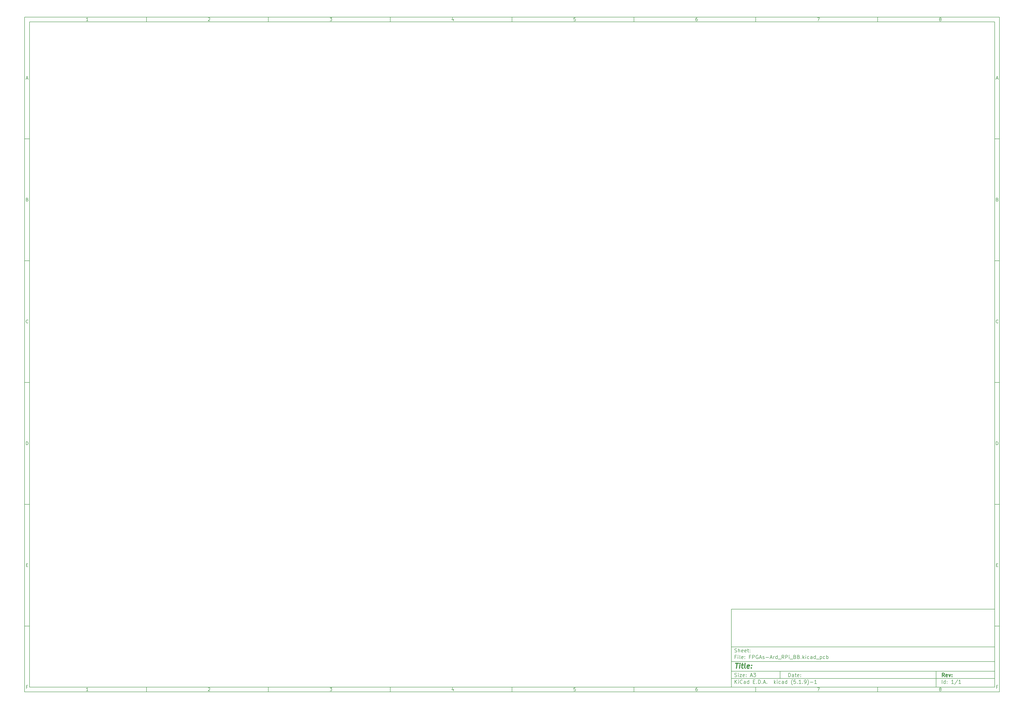
<source format=gbr>
%TF.GenerationSoftware,KiCad,Pcbnew,(5.1.9)-1*%
%TF.CreationDate,2022-04-18T20:38:19-06:00*%
%TF.ProjectId,FPGAs-Ard_RPi_BB,46504741-732d-4417-9264-5f5250695f42,rev?*%
%TF.SameCoordinates,Original*%
%TF.FileFunction,Glue,Top*%
%TF.FilePolarity,Positive*%
%FSLAX46Y46*%
G04 Gerber Fmt 4.6, Leading zero omitted, Abs format (unit mm)*
G04 Created by KiCad (PCBNEW (5.1.9)-1) date 2022-04-18 20:38:19*
%MOMM*%
%LPD*%
G01*
G04 APERTURE LIST*
%ADD10C,0.100000*%
%ADD11C,0.150000*%
%ADD12C,0.300000*%
%ADD13C,0.400000*%
G04 APERTURE END LIST*
D10*
D11*
X299989000Y-253002200D02*
X299989000Y-285002200D01*
X407989000Y-285002200D01*
X407989000Y-253002200D01*
X299989000Y-253002200D01*
D10*
D11*
X10000000Y-10000000D02*
X10000000Y-287002200D01*
X409989000Y-287002200D01*
X409989000Y-10000000D01*
X10000000Y-10000000D01*
D10*
D11*
X12000000Y-12000000D02*
X12000000Y-285002200D01*
X407989000Y-285002200D01*
X407989000Y-12000000D01*
X12000000Y-12000000D01*
D10*
D11*
X60000000Y-12000000D02*
X60000000Y-10000000D01*
D10*
D11*
X110000000Y-12000000D02*
X110000000Y-10000000D01*
D10*
D11*
X160000000Y-12000000D02*
X160000000Y-10000000D01*
D10*
D11*
X210000000Y-12000000D02*
X210000000Y-10000000D01*
D10*
D11*
X260000000Y-12000000D02*
X260000000Y-10000000D01*
D10*
D11*
X310000000Y-12000000D02*
X310000000Y-10000000D01*
D10*
D11*
X360000000Y-12000000D02*
X360000000Y-10000000D01*
D10*
D11*
X36065476Y-11588095D02*
X35322619Y-11588095D01*
X35694047Y-11588095D02*
X35694047Y-10288095D01*
X35570238Y-10473809D01*
X35446428Y-10597619D01*
X35322619Y-10659523D01*
D10*
D11*
X85322619Y-10411904D02*
X85384523Y-10350000D01*
X85508333Y-10288095D01*
X85817857Y-10288095D01*
X85941666Y-10350000D01*
X86003571Y-10411904D01*
X86065476Y-10535714D01*
X86065476Y-10659523D01*
X86003571Y-10845238D01*
X85260714Y-11588095D01*
X86065476Y-11588095D01*
D10*
D11*
X135260714Y-10288095D02*
X136065476Y-10288095D01*
X135632142Y-10783333D01*
X135817857Y-10783333D01*
X135941666Y-10845238D01*
X136003571Y-10907142D01*
X136065476Y-11030952D01*
X136065476Y-11340476D01*
X136003571Y-11464285D01*
X135941666Y-11526190D01*
X135817857Y-11588095D01*
X135446428Y-11588095D01*
X135322619Y-11526190D01*
X135260714Y-11464285D01*
D10*
D11*
X185941666Y-10721428D02*
X185941666Y-11588095D01*
X185632142Y-10226190D02*
X185322619Y-11154761D01*
X186127380Y-11154761D01*
D10*
D11*
X236003571Y-10288095D02*
X235384523Y-10288095D01*
X235322619Y-10907142D01*
X235384523Y-10845238D01*
X235508333Y-10783333D01*
X235817857Y-10783333D01*
X235941666Y-10845238D01*
X236003571Y-10907142D01*
X236065476Y-11030952D01*
X236065476Y-11340476D01*
X236003571Y-11464285D01*
X235941666Y-11526190D01*
X235817857Y-11588095D01*
X235508333Y-11588095D01*
X235384523Y-11526190D01*
X235322619Y-11464285D01*
D10*
D11*
X285941666Y-10288095D02*
X285694047Y-10288095D01*
X285570238Y-10350000D01*
X285508333Y-10411904D01*
X285384523Y-10597619D01*
X285322619Y-10845238D01*
X285322619Y-11340476D01*
X285384523Y-11464285D01*
X285446428Y-11526190D01*
X285570238Y-11588095D01*
X285817857Y-11588095D01*
X285941666Y-11526190D01*
X286003571Y-11464285D01*
X286065476Y-11340476D01*
X286065476Y-11030952D01*
X286003571Y-10907142D01*
X285941666Y-10845238D01*
X285817857Y-10783333D01*
X285570238Y-10783333D01*
X285446428Y-10845238D01*
X285384523Y-10907142D01*
X285322619Y-11030952D01*
D10*
D11*
X335260714Y-10288095D02*
X336127380Y-10288095D01*
X335570238Y-11588095D01*
D10*
D11*
X385570238Y-10845238D02*
X385446428Y-10783333D01*
X385384523Y-10721428D01*
X385322619Y-10597619D01*
X385322619Y-10535714D01*
X385384523Y-10411904D01*
X385446428Y-10350000D01*
X385570238Y-10288095D01*
X385817857Y-10288095D01*
X385941666Y-10350000D01*
X386003571Y-10411904D01*
X386065476Y-10535714D01*
X386065476Y-10597619D01*
X386003571Y-10721428D01*
X385941666Y-10783333D01*
X385817857Y-10845238D01*
X385570238Y-10845238D01*
X385446428Y-10907142D01*
X385384523Y-10969047D01*
X385322619Y-11092857D01*
X385322619Y-11340476D01*
X385384523Y-11464285D01*
X385446428Y-11526190D01*
X385570238Y-11588095D01*
X385817857Y-11588095D01*
X385941666Y-11526190D01*
X386003571Y-11464285D01*
X386065476Y-11340476D01*
X386065476Y-11092857D01*
X386003571Y-10969047D01*
X385941666Y-10907142D01*
X385817857Y-10845238D01*
D10*
D11*
X60000000Y-285002200D02*
X60000000Y-287002200D01*
D10*
D11*
X110000000Y-285002200D02*
X110000000Y-287002200D01*
D10*
D11*
X160000000Y-285002200D02*
X160000000Y-287002200D01*
D10*
D11*
X210000000Y-285002200D02*
X210000000Y-287002200D01*
D10*
D11*
X260000000Y-285002200D02*
X260000000Y-287002200D01*
D10*
D11*
X310000000Y-285002200D02*
X310000000Y-287002200D01*
D10*
D11*
X360000000Y-285002200D02*
X360000000Y-287002200D01*
D10*
D11*
X36065476Y-286590295D02*
X35322619Y-286590295D01*
X35694047Y-286590295D02*
X35694047Y-285290295D01*
X35570238Y-285476009D01*
X35446428Y-285599819D01*
X35322619Y-285661723D01*
D10*
D11*
X85322619Y-285414104D02*
X85384523Y-285352200D01*
X85508333Y-285290295D01*
X85817857Y-285290295D01*
X85941666Y-285352200D01*
X86003571Y-285414104D01*
X86065476Y-285537914D01*
X86065476Y-285661723D01*
X86003571Y-285847438D01*
X85260714Y-286590295D01*
X86065476Y-286590295D01*
D10*
D11*
X135260714Y-285290295D02*
X136065476Y-285290295D01*
X135632142Y-285785533D01*
X135817857Y-285785533D01*
X135941666Y-285847438D01*
X136003571Y-285909342D01*
X136065476Y-286033152D01*
X136065476Y-286342676D01*
X136003571Y-286466485D01*
X135941666Y-286528390D01*
X135817857Y-286590295D01*
X135446428Y-286590295D01*
X135322619Y-286528390D01*
X135260714Y-286466485D01*
D10*
D11*
X185941666Y-285723628D02*
X185941666Y-286590295D01*
X185632142Y-285228390D02*
X185322619Y-286156961D01*
X186127380Y-286156961D01*
D10*
D11*
X236003571Y-285290295D02*
X235384523Y-285290295D01*
X235322619Y-285909342D01*
X235384523Y-285847438D01*
X235508333Y-285785533D01*
X235817857Y-285785533D01*
X235941666Y-285847438D01*
X236003571Y-285909342D01*
X236065476Y-286033152D01*
X236065476Y-286342676D01*
X236003571Y-286466485D01*
X235941666Y-286528390D01*
X235817857Y-286590295D01*
X235508333Y-286590295D01*
X235384523Y-286528390D01*
X235322619Y-286466485D01*
D10*
D11*
X285941666Y-285290295D02*
X285694047Y-285290295D01*
X285570238Y-285352200D01*
X285508333Y-285414104D01*
X285384523Y-285599819D01*
X285322619Y-285847438D01*
X285322619Y-286342676D01*
X285384523Y-286466485D01*
X285446428Y-286528390D01*
X285570238Y-286590295D01*
X285817857Y-286590295D01*
X285941666Y-286528390D01*
X286003571Y-286466485D01*
X286065476Y-286342676D01*
X286065476Y-286033152D01*
X286003571Y-285909342D01*
X285941666Y-285847438D01*
X285817857Y-285785533D01*
X285570238Y-285785533D01*
X285446428Y-285847438D01*
X285384523Y-285909342D01*
X285322619Y-286033152D01*
D10*
D11*
X335260714Y-285290295D02*
X336127380Y-285290295D01*
X335570238Y-286590295D01*
D10*
D11*
X385570238Y-285847438D02*
X385446428Y-285785533D01*
X385384523Y-285723628D01*
X385322619Y-285599819D01*
X385322619Y-285537914D01*
X385384523Y-285414104D01*
X385446428Y-285352200D01*
X385570238Y-285290295D01*
X385817857Y-285290295D01*
X385941666Y-285352200D01*
X386003571Y-285414104D01*
X386065476Y-285537914D01*
X386065476Y-285599819D01*
X386003571Y-285723628D01*
X385941666Y-285785533D01*
X385817857Y-285847438D01*
X385570238Y-285847438D01*
X385446428Y-285909342D01*
X385384523Y-285971247D01*
X385322619Y-286095057D01*
X385322619Y-286342676D01*
X385384523Y-286466485D01*
X385446428Y-286528390D01*
X385570238Y-286590295D01*
X385817857Y-286590295D01*
X385941666Y-286528390D01*
X386003571Y-286466485D01*
X386065476Y-286342676D01*
X386065476Y-286095057D01*
X386003571Y-285971247D01*
X385941666Y-285909342D01*
X385817857Y-285847438D01*
D10*
D11*
X10000000Y-60000000D02*
X12000000Y-60000000D01*
D10*
D11*
X10000000Y-110000000D02*
X12000000Y-110000000D01*
D10*
D11*
X10000000Y-160000000D02*
X12000000Y-160000000D01*
D10*
D11*
X10000000Y-210000000D02*
X12000000Y-210000000D01*
D10*
D11*
X10000000Y-260000000D02*
X12000000Y-260000000D01*
D10*
D11*
X10690476Y-35216666D02*
X11309523Y-35216666D01*
X10566666Y-35588095D02*
X11000000Y-34288095D01*
X11433333Y-35588095D01*
D10*
D11*
X11092857Y-84907142D02*
X11278571Y-84969047D01*
X11340476Y-85030952D01*
X11402380Y-85154761D01*
X11402380Y-85340476D01*
X11340476Y-85464285D01*
X11278571Y-85526190D01*
X11154761Y-85588095D01*
X10659523Y-85588095D01*
X10659523Y-84288095D01*
X11092857Y-84288095D01*
X11216666Y-84350000D01*
X11278571Y-84411904D01*
X11340476Y-84535714D01*
X11340476Y-84659523D01*
X11278571Y-84783333D01*
X11216666Y-84845238D01*
X11092857Y-84907142D01*
X10659523Y-84907142D01*
D10*
D11*
X11402380Y-135464285D02*
X11340476Y-135526190D01*
X11154761Y-135588095D01*
X11030952Y-135588095D01*
X10845238Y-135526190D01*
X10721428Y-135402380D01*
X10659523Y-135278571D01*
X10597619Y-135030952D01*
X10597619Y-134845238D01*
X10659523Y-134597619D01*
X10721428Y-134473809D01*
X10845238Y-134350000D01*
X11030952Y-134288095D01*
X11154761Y-134288095D01*
X11340476Y-134350000D01*
X11402380Y-134411904D01*
D10*
D11*
X10659523Y-185588095D02*
X10659523Y-184288095D01*
X10969047Y-184288095D01*
X11154761Y-184350000D01*
X11278571Y-184473809D01*
X11340476Y-184597619D01*
X11402380Y-184845238D01*
X11402380Y-185030952D01*
X11340476Y-185278571D01*
X11278571Y-185402380D01*
X11154761Y-185526190D01*
X10969047Y-185588095D01*
X10659523Y-185588095D01*
D10*
D11*
X10721428Y-234907142D02*
X11154761Y-234907142D01*
X11340476Y-235588095D02*
X10721428Y-235588095D01*
X10721428Y-234288095D01*
X11340476Y-234288095D01*
D10*
D11*
X11185714Y-284907142D02*
X10752380Y-284907142D01*
X10752380Y-285588095D02*
X10752380Y-284288095D01*
X11371428Y-284288095D01*
D10*
D11*
X409989000Y-60000000D02*
X407989000Y-60000000D01*
D10*
D11*
X409989000Y-110000000D02*
X407989000Y-110000000D01*
D10*
D11*
X409989000Y-160000000D02*
X407989000Y-160000000D01*
D10*
D11*
X409989000Y-210000000D02*
X407989000Y-210000000D01*
D10*
D11*
X409989000Y-260000000D02*
X407989000Y-260000000D01*
D10*
D11*
X408679476Y-35216666D02*
X409298523Y-35216666D01*
X408555666Y-35588095D02*
X408989000Y-34288095D01*
X409422333Y-35588095D01*
D10*
D11*
X409081857Y-84907142D02*
X409267571Y-84969047D01*
X409329476Y-85030952D01*
X409391380Y-85154761D01*
X409391380Y-85340476D01*
X409329476Y-85464285D01*
X409267571Y-85526190D01*
X409143761Y-85588095D01*
X408648523Y-85588095D01*
X408648523Y-84288095D01*
X409081857Y-84288095D01*
X409205666Y-84350000D01*
X409267571Y-84411904D01*
X409329476Y-84535714D01*
X409329476Y-84659523D01*
X409267571Y-84783333D01*
X409205666Y-84845238D01*
X409081857Y-84907142D01*
X408648523Y-84907142D01*
D10*
D11*
X409391380Y-135464285D02*
X409329476Y-135526190D01*
X409143761Y-135588095D01*
X409019952Y-135588095D01*
X408834238Y-135526190D01*
X408710428Y-135402380D01*
X408648523Y-135278571D01*
X408586619Y-135030952D01*
X408586619Y-134845238D01*
X408648523Y-134597619D01*
X408710428Y-134473809D01*
X408834238Y-134350000D01*
X409019952Y-134288095D01*
X409143761Y-134288095D01*
X409329476Y-134350000D01*
X409391380Y-134411904D01*
D10*
D11*
X408648523Y-185588095D02*
X408648523Y-184288095D01*
X408958047Y-184288095D01*
X409143761Y-184350000D01*
X409267571Y-184473809D01*
X409329476Y-184597619D01*
X409391380Y-184845238D01*
X409391380Y-185030952D01*
X409329476Y-185278571D01*
X409267571Y-185402380D01*
X409143761Y-185526190D01*
X408958047Y-185588095D01*
X408648523Y-185588095D01*
D10*
D11*
X408710428Y-234907142D02*
X409143761Y-234907142D01*
X409329476Y-235588095D02*
X408710428Y-235588095D01*
X408710428Y-234288095D01*
X409329476Y-234288095D01*
D10*
D11*
X409174714Y-284907142D02*
X408741380Y-284907142D01*
X408741380Y-285588095D02*
X408741380Y-284288095D01*
X409360428Y-284288095D01*
D10*
D11*
X323421142Y-280780771D02*
X323421142Y-279280771D01*
X323778285Y-279280771D01*
X323992571Y-279352200D01*
X324135428Y-279495057D01*
X324206857Y-279637914D01*
X324278285Y-279923628D01*
X324278285Y-280137914D01*
X324206857Y-280423628D01*
X324135428Y-280566485D01*
X323992571Y-280709342D01*
X323778285Y-280780771D01*
X323421142Y-280780771D01*
X325564000Y-280780771D02*
X325564000Y-279995057D01*
X325492571Y-279852200D01*
X325349714Y-279780771D01*
X325064000Y-279780771D01*
X324921142Y-279852200D01*
X325564000Y-280709342D02*
X325421142Y-280780771D01*
X325064000Y-280780771D01*
X324921142Y-280709342D01*
X324849714Y-280566485D01*
X324849714Y-280423628D01*
X324921142Y-280280771D01*
X325064000Y-280209342D01*
X325421142Y-280209342D01*
X325564000Y-280137914D01*
X326064000Y-279780771D02*
X326635428Y-279780771D01*
X326278285Y-279280771D02*
X326278285Y-280566485D01*
X326349714Y-280709342D01*
X326492571Y-280780771D01*
X326635428Y-280780771D01*
X327706857Y-280709342D02*
X327564000Y-280780771D01*
X327278285Y-280780771D01*
X327135428Y-280709342D01*
X327064000Y-280566485D01*
X327064000Y-279995057D01*
X327135428Y-279852200D01*
X327278285Y-279780771D01*
X327564000Y-279780771D01*
X327706857Y-279852200D01*
X327778285Y-279995057D01*
X327778285Y-280137914D01*
X327064000Y-280280771D01*
X328421142Y-280637914D02*
X328492571Y-280709342D01*
X328421142Y-280780771D01*
X328349714Y-280709342D01*
X328421142Y-280637914D01*
X328421142Y-280780771D01*
X328421142Y-279852200D02*
X328492571Y-279923628D01*
X328421142Y-279995057D01*
X328349714Y-279923628D01*
X328421142Y-279852200D01*
X328421142Y-279995057D01*
D10*
D11*
X299989000Y-281502200D02*
X407989000Y-281502200D01*
D10*
D11*
X301421142Y-283580771D02*
X301421142Y-282080771D01*
X302278285Y-283580771D02*
X301635428Y-282723628D01*
X302278285Y-282080771D02*
X301421142Y-282937914D01*
X302921142Y-283580771D02*
X302921142Y-282580771D01*
X302921142Y-282080771D02*
X302849714Y-282152200D01*
X302921142Y-282223628D01*
X302992571Y-282152200D01*
X302921142Y-282080771D01*
X302921142Y-282223628D01*
X304492571Y-283437914D02*
X304421142Y-283509342D01*
X304206857Y-283580771D01*
X304064000Y-283580771D01*
X303849714Y-283509342D01*
X303706857Y-283366485D01*
X303635428Y-283223628D01*
X303564000Y-282937914D01*
X303564000Y-282723628D01*
X303635428Y-282437914D01*
X303706857Y-282295057D01*
X303849714Y-282152200D01*
X304064000Y-282080771D01*
X304206857Y-282080771D01*
X304421142Y-282152200D01*
X304492571Y-282223628D01*
X305778285Y-283580771D02*
X305778285Y-282795057D01*
X305706857Y-282652200D01*
X305564000Y-282580771D01*
X305278285Y-282580771D01*
X305135428Y-282652200D01*
X305778285Y-283509342D02*
X305635428Y-283580771D01*
X305278285Y-283580771D01*
X305135428Y-283509342D01*
X305064000Y-283366485D01*
X305064000Y-283223628D01*
X305135428Y-283080771D01*
X305278285Y-283009342D01*
X305635428Y-283009342D01*
X305778285Y-282937914D01*
X307135428Y-283580771D02*
X307135428Y-282080771D01*
X307135428Y-283509342D02*
X306992571Y-283580771D01*
X306706857Y-283580771D01*
X306564000Y-283509342D01*
X306492571Y-283437914D01*
X306421142Y-283295057D01*
X306421142Y-282866485D01*
X306492571Y-282723628D01*
X306564000Y-282652200D01*
X306706857Y-282580771D01*
X306992571Y-282580771D01*
X307135428Y-282652200D01*
X308992571Y-282795057D02*
X309492571Y-282795057D01*
X309706857Y-283580771D02*
X308992571Y-283580771D01*
X308992571Y-282080771D01*
X309706857Y-282080771D01*
X310349714Y-283437914D02*
X310421142Y-283509342D01*
X310349714Y-283580771D01*
X310278285Y-283509342D01*
X310349714Y-283437914D01*
X310349714Y-283580771D01*
X311064000Y-283580771D02*
X311064000Y-282080771D01*
X311421142Y-282080771D01*
X311635428Y-282152200D01*
X311778285Y-282295057D01*
X311849714Y-282437914D01*
X311921142Y-282723628D01*
X311921142Y-282937914D01*
X311849714Y-283223628D01*
X311778285Y-283366485D01*
X311635428Y-283509342D01*
X311421142Y-283580771D01*
X311064000Y-283580771D01*
X312564000Y-283437914D02*
X312635428Y-283509342D01*
X312564000Y-283580771D01*
X312492571Y-283509342D01*
X312564000Y-283437914D01*
X312564000Y-283580771D01*
X313206857Y-283152200D02*
X313921142Y-283152200D01*
X313064000Y-283580771D02*
X313564000Y-282080771D01*
X314064000Y-283580771D01*
X314564000Y-283437914D02*
X314635428Y-283509342D01*
X314564000Y-283580771D01*
X314492571Y-283509342D01*
X314564000Y-283437914D01*
X314564000Y-283580771D01*
X317564000Y-283580771D02*
X317564000Y-282080771D01*
X317706857Y-283009342D02*
X318135428Y-283580771D01*
X318135428Y-282580771D02*
X317564000Y-283152200D01*
X318778285Y-283580771D02*
X318778285Y-282580771D01*
X318778285Y-282080771D02*
X318706857Y-282152200D01*
X318778285Y-282223628D01*
X318849714Y-282152200D01*
X318778285Y-282080771D01*
X318778285Y-282223628D01*
X320135428Y-283509342D02*
X319992571Y-283580771D01*
X319706857Y-283580771D01*
X319564000Y-283509342D01*
X319492571Y-283437914D01*
X319421142Y-283295057D01*
X319421142Y-282866485D01*
X319492571Y-282723628D01*
X319564000Y-282652200D01*
X319706857Y-282580771D01*
X319992571Y-282580771D01*
X320135428Y-282652200D01*
X321421142Y-283580771D02*
X321421142Y-282795057D01*
X321349714Y-282652200D01*
X321206857Y-282580771D01*
X320921142Y-282580771D01*
X320778285Y-282652200D01*
X321421142Y-283509342D02*
X321278285Y-283580771D01*
X320921142Y-283580771D01*
X320778285Y-283509342D01*
X320706857Y-283366485D01*
X320706857Y-283223628D01*
X320778285Y-283080771D01*
X320921142Y-283009342D01*
X321278285Y-283009342D01*
X321421142Y-282937914D01*
X322778285Y-283580771D02*
X322778285Y-282080771D01*
X322778285Y-283509342D02*
X322635428Y-283580771D01*
X322349714Y-283580771D01*
X322206857Y-283509342D01*
X322135428Y-283437914D01*
X322064000Y-283295057D01*
X322064000Y-282866485D01*
X322135428Y-282723628D01*
X322206857Y-282652200D01*
X322349714Y-282580771D01*
X322635428Y-282580771D01*
X322778285Y-282652200D01*
X325064000Y-284152200D02*
X324992571Y-284080771D01*
X324849714Y-283866485D01*
X324778285Y-283723628D01*
X324706857Y-283509342D01*
X324635428Y-283152200D01*
X324635428Y-282866485D01*
X324706857Y-282509342D01*
X324778285Y-282295057D01*
X324849714Y-282152200D01*
X324992571Y-281937914D01*
X325064000Y-281866485D01*
X326349714Y-282080771D02*
X325635428Y-282080771D01*
X325564000Y-282795057D01*
X325635428Y-282723628D01*
X325778285Y-282652200D01*
X326135428Y-282652200D01*
X326278285Y-282723628D01*
X326349714Y-282795057D01*
X326421142Y-282937914D01*
X326421142Y-283295057D01*
X326349714Y-283437914D01*
X326278285Y-283509342D01*
X326135428Y-283580771D01*
X325778285Y-283580771D01*
X325635428Y-283509342D01*
X325564000Y-283437914D01*
X327064000Y-283437914D02*
X327135428Y-283509342D01*
X327064000Y-283580771D01*
X326992571Y-283509342D01*
X327064000Y-283437914D01*
X327064000Y-283580771D01*
X328564000Y-283580771D02*
X327706857Y-283580771D01*
X328135428Y-283580771D02*
X328135428Y-282080771D01*
X327992571Y-282295057D01*
X327849714Y-282437914D01*
X327706857Y-282509342D01*
X329206857Y-283437914D02*
X329278285Y-283509342D01*
X329206857Y-283580771D01*
X329135428Y-283509342D01*
X329206857Y-283437914D01*
X329206857Y-283580771D01*
X329992571Y-283580771D02*
X330278285Y-283580771D01*
X330421142Y-283509342D01*
X330492571Y-283437914D01*
X330635428Y-283223628D01*
X330706857Y-282937914D01*
X330706857Y-282366485D01*
X330635428Y-282223628D01*
X330564000Y-282152200D01*
X330421142Y-282080771D01*
X330135428Y-282080771D01*
X329992571Y-282152200D01*
X329921142Y-282223628D01*
X329849714Y-282366485D01*
X329849714Y-282723628D01*
X329921142Y-282866485D01*
X329992571Y-282937914D01*
X330135428Y-283009342D01*
X330421142Y-283009342D01*
X330564000Y-282937914D01*
X330635428Y-282866485D01*
X330706857Y-282723628D01*
X331206857Y-284152200D02*
X331278285Y-284080771D01*
X331421142Y-283866485D01*
X331492571Y-283723628D01*
X331564000Y-283509342D01*
X331635428Y-283152200D01*
X331635428Y-282866485D01*
X331564000Y-282509342D01*
X331492571Y-282295057D01*
X331421142Y-282152200D01*
X331278285Y-281937914D01*
X331206857Y-281866485D01*
X332349714Y-283009342D02*
X333492571Y-283009342D01*
X334992571Y-283580771D02*
X334135428Y-283580771D01*
X334564000Y-283580771D02*
X334564000Y-282080771D01*
X334421142Y-282295057D01*
X334278285Y-282437914D01*
X334135428Y-282509342D01*
D10*
D11*
X299989000Y-278502200D02*
X407989000Y-278502200D01*
D10*
D12*
X387398285Y-280780771D02*
X386898285Y-280066485D01*
X386541142Y-280780771D02*
X386541142Y-279280771D01*
X387112571Y-279280771D01*
X387255428Y-279352200D01*
X387326857Y-279423628D01*
X387398285Y-279566485D01*
X387398285Y-279780771D01*
X387326857Y-279923628D01*
X387255428Y-279995057D01*
X387112571Y-280066485D01*
X386541142Y-280066485D01*
X388612571Y-280709342D02*
X388469714Y-280780771D01*
X388184000Y-280780771D01*
X388041142Y-280709342D01*
X387969714Y-280566485D01*
X387969714Y-279995057D01*
X388041142Y-279852200D01*
X388184000Y-279780771D01*
X388469714Y-279780771D01*
X388612571Y-279852200D01*
X388684000Y-279995057D01*
X388684000Y-280137914D01*
X387969714Y-280280771D01*
X389184000Y-279780771D02*
X389541142Y-280780771D01*
X389898285Y-279780771D01*
X390469714Y-280637914D02*
X390541142Y-280709342D01*
X390469714Y-280780771D01*
X390398285Y-280709342D01*
X390469714Y-280637914D01*
X390469714Y-280780771D01*
X390469714Y-279852200D02*
X390541142Y-279923628D01*
X390469714Y-279995057D01*
X390398285Y-279923628D01*
X390469714Y-279852200D01*
X390469714Y-279995057D01*
D10*
D11*
X301349714Y-280709342D02*
X301564000Y-280780771D01*
X301921142Y-280780771D01*
X302064000Y-280709342D01*
X302135428Y-280637914D01*
X302206857Y-280495057D01*
X302206857Y-280352200D01*
X302135428Y-280209342D01*
X302064000Y-280137914D01*
X301921142Y-280066485D01*
X301635428Y-279995057D01*
X301492571Y-279923628D01*
X301421142Y-279852200D01*
X301349714Y-279709342D01*
X301349714Y-279566485D01*
X301421142Y-279423628D01*
X301492571Y-279352200D01*
X301635428Y-279280771D01*
X301992571Y-279280771D01*
X302206857Y-279352200D01*
X302849714Y-280780771D02*
X302849714Y-279780771D01*
X302849714Y-279280771D02*
X302778285Y-279352200D01*
X302849714Y-279423628D01*
X302921142Y-279352200D01*
X302849714Y-279280771D01*
X302849714Y-279423628D01*
X303421142Y-279780771D02*
X304206857Y-279780771D01*
X303421142Y-280780771D01*
X304206857Y-280780771D01*
X305349714Y-280709342D02*
X305206857Y-280780771D01*
X304921142Y-280780771D01*
X304778285Y-280709342D01*
X304706857Y-280566485D01*
X304706857Y-279995057D01*
X304778285Y-279852200D01*
X304921142Y-279780771D01*
X305206857Y-279780771D01*
X305349714Y-279852200D01*
X305421142Y-279995057D01*
X305421142Y-280137914D01*
X304706857Y-280280771D01*
X306064000Y-280637914D02*
X306135428Y-280709342D01*
X306064000Y-280780771D01*
X305992571Y-280709342D01*
X306064000Y-280637914D01*
X306064000Y-280780771D01*
X306064000Y-279852200D02*
X306135428Y-279923628D01*
X306064000Y-279995057D01*
X305992571Y-279923628D01*
X306064000Y-279852200D01*
X306064000Y-279995057D01*
X307849714Y-280352200D02*
X308564000Y-280352200D01*
X307706857Y-280780771D02*
X308206857Y-279280771D01*
X308706857Y-280780771D01*
X309064000Y-279280771D02*
X309992571Y-279280771D01*
X309492571Y-279852200D01*
X309706857Y-279852200D01*
X309849714Y-279923628D01*
X309921142Y-279995057D01*
X309992571Y-280137914D01*
X309992571Y-280495057D01*
X309921142Y-280637914D01*
X309849714Y-280709342D01*
X309706857Y-280780771D01*
X309278285Y-280780771D01*
X309135428Y-280709342D01*
X309064000Y-280637914D01*
D10*
D11*
X386421142Y-283580771D02*
X386421142Y-282080771D01*
X387778285Y-283580771D02*
X387778285Y-282080771D01*
X387778285Y-283509342D02*
X387635428Y-283580771D01*
X387349714Y-283580771D01*
X387206857Y-283509342D01*
X387135428Y-283437914D01*
X387064000Y-283295057D01*
X387064000Y-282866485D01*
X387135428Y-282723628D01*
X387206857Y-282652200D01*
X387349714Y-282580771D01*
X387635428Y-282580771D01*
X387778285Y-282652200D01*
X388492571Y-283437914D02*
X388564000Y-283509342D01*
X388492571Y-283580771D01*
X388421142Y-283509342D01*
X388492571Y-283437914D01*
X388492571Y-283580771D01*
X388492571Y-282652200D02*
X388564000Y-282723628D01*
X388492571Y-282795057D01*
X388421142Y-282723628D01*
X388492571Y-282652200D01*
X388492571Y-282795057D01*
X391135428Y-283580771D02*
X390278285Y-283580771D01*
X390706857Y-283580771D02*
X390706857Y-282080771D01*
X390564000Y-282295057D01*
X390421142Y-282437914D01*
X390278285Y-282509342D01*
X392849714Y-282009342D02*
X391564000Y-283937914D01*
X394135428Y-283580771D02*
X393278285Y-283580771D01*
X393706857Y-283580771D02*
X393706857Y-282080771D01*
X393564000Y-282295057D01*
X393421142Y-282437914D01*
X393278285Y-282509342D01*
D10*
D11*
X299989000Y-274502200D02*
X407989000Y-274502200D01*
D10*
D13*
X301701380Y-275206961D02*
X302844238Y-275206961D01*
X302022809Y-277206961D02*
X302272809Y-275206961D01*
X303260904Y-277206961D02*
X303427571Y-275873628D01*
X303510904Y-275206961D02*
X303403761Y-275302200D01*
X303487095Y-275397438D01*
X303594238Y-275302200D01*
X303510904Y-275206961D01*
X303487095Y-275397438D01*
X304094238Y-275873628D02*
X304856142Y-275873628D01*
X304463285Y-275206961D02*
X304249000Y-276921247D01*
X304320428Y-277111723D01*
X304499000Y-277206961D01*
X304689476Y-277206961D01*
X305641857Y-277206961D02*
X305463285Y-277111723D01*
X305391857Y-276921247D01*
X305606142Y-275206961D01*
X307177571Y-277111723D02*
X306975190Y-277206961D01*
X306594238Y-277206961D01*
X306415666Y-277111723D01*
X306344238Y-276921247D01*
X306439476Y-276159342D01*
X306558523Y-275968866D01*
X306760904Y-275873628D01*
X307141857Y-275873628D01*
X307320428Y-275968866D01*
X307391857Y-276159342D01*
X307368047Y-276349819D01*
X306391857Y-276540295D01*
X308141857Y-277016485D02*
X308225190Y-277111723D01*
X308118047Y-277206961D01*
X308034714Y-277111723D01*
X308141857Y-277016485D01*
X308118047Y-277206961D01*
X308272809Y-275968866D02*
X308356142Y-276064104D01*
X308249000Y-276159342D01*
X308165666Y-276064104D01*
X308272809Y-275968866D01*
X308249000Y-276159342D01*
D10*
D11*
X301921142Y-272595057D02*
X301421142Y-272595057D01*
X301421142Y-273380771D02*
X301421142Y-271880771D01*
X302135428Y-271880771D01*
X302706857Y-273380771D02*
X302706857Y-272380771D01*
X302706857Y-271880771D02*
X302635428Y-271952200D01*
X302706857Y-272023628D01*
X302778285Y-271952200D01*
X302706857Y-271880771D01*
X302706857Y-272023628D01*
X303635428Y-273380771D02*
X303492571Y-273309342D01*
X303421142Y-273166485D01*
X303421142Y-271880771D01*
X304778285Y-273309342D02*
X304635428Y-273380771D01*
X304349714Y-273380771D01*
X304206857Y-273309342D01*
X304135428Y-273166485D01*
X304135428Y-272595057D01*
X304206857Y-272452200D01*
X304349714Y-272380771D01*
X304635428Y-272380771D01*
X304778285Y-272452200D01*
X304849714Y-272595057D01*
X304849714Y-272737914D01*
X304135428Y-272880771D01*
X305492571Y-273237914D02*
X305564000Y-273309342D01*
X305492571Y-273380771D01*
X305421142Y-273309342D01*
X305492571Y-273237914D01*
X305492571Y-273380771D01*
X305492571Y-272452200D02*
X305564000Y-272523628D01*
X305492571Y-272595057D01*
X305421142Y-272523628D01*
X305492571Y-272452200D01*
X305492571Y-272595057D01*
X307849714Y-272595057D02*
X307349714Y-272595057D01*
X307349714Y-273380771D02*
X307349714Y-271880771D01*
X308064000Y-271880771D01*
X308635428Y-273380771D02*
X308635428Y-271880771D01*
X309206857Y-271880771D01*
X309349714Y-271952200D01*
X309421142Y-272023628D01*
X309492571Y-272166485D01*
X309492571Y-272380771D01*
X309421142Y-272523628D01*
X309349714Y-272595057D01*
X309206857Y-272666485D01*
X308635428Y-272666485D01*
X310921142Y-271952200D02*
X310778285Y-271880771D01*
X310564000Y-271880771D01*
X310349714Y-271952200D01*
X310206857Y-272095057D01*
X310135428Y-272237914D01*
X310064000Y-272523628D01*
X310064000Y-272737914D01*
X310135428Y-273023628D01*
X310206857Y-273166485D01*
X310349714Y-273309342D01*
X310564000Y-273380771D01*
X310706857Y-273380771D01*
X310921142Y-273309342D01*
X310992571Y-273237914D01*
X310992571Y-272737914D01*
X310706857Y-272737914D01*
X311564000Y-272952200D02*
X312278285Y-272952200D01*
X311421142Y-273380771D02*
X311921142Y-271880771D01*
X312421142Y-273380771D01*
X312849714Y-273309342D02*
X312992571Y-273380771D01*
X313278285Y-273380771D01*
X313421142Y-273309342D01*
X313492571Y-273166485D01*
X313492571Y-273095057D01*
X313421142Y-272952200D01*
X313278285Y-272880771D01*
X313064000Y-272880771D01*
X312921142Y-272809342D01*
X312849714Y-272666485D01*
X312849714Y-272595057D01*
X312921142Y-272452200D01*
X313064000Y-272380771D01*
X313278285Y-272380771D01*
X313421142Y-272452200D01*
X314135428Y-272809342D02*
X315278285Y-272809342D01*
X315921142Y-272952200D02*
X316635428Y-272952200D01*
X315778285Y-273380771D02*
X316278285Y-271880771D01*
X316778285Y-273380771D01*
X317278285Y-273380771D02*
X317278285Y-272380771D01*
X317278285Y-272666485D02*
X317349714Y-272523628D01*
X317421142Y-272452200D01*
X317564000Y-272380771D01*
X317706857Y-272380771D01*
X318849714Y-273380771D02*
X318849714Y-271880771D01*
X318849714Y-273309342D02*
X318706857Y-273380771D01*
X318421142Y-273380771D01*
X318278285Y-273309342D01*
X318206857Y-273237914D01*
X318135428Y-273095057D01*
X318135428Y-272666485D01*
X318206857Y-272523628D01*
X318278285Y-272452200D01*
X318421142Y-272380771D01*
X318706857Y-272380771D01*
X318849714Y-272452200D01*
X319206857Y-273523628D02*
X320349714Y-273523628D01*
X321564000Y-273380771D02*
X321064000Y-272666485D01*
X320706857Y-273380771D02*
X320706857Y-271880771D01*
X321278285Y-271880771D01*
X321421142Y-271952200D01*
X321492571Y-272023628D01*
X321564000Y-272166485D01*
X321564000Y-272380771D01*
X321492571Y-272523628D01*
X321421142Y-272595057D01*
X321278285Y-272666485D01*
X320706857Y-272666485D01*
X322206857Y-273380771D02*
X322206857Y-271880771D01*
X322778285Y-271880771D01*
X322921142Y-271952200D01*
X322992571Y-272023628D01*
X323064000Y-272166485D01*
X323064000Y-272380771D01*
X322992571Y-272523628D01*
X322921142Y-272595057D01*
X322778285Y-272666485D01*
X322206857Y-272666485D01*
X323706857Y-273380771D02*
X323706857Y-272380771D01*
X323706857Y-271880771D02*
X323635428Y-271952200D01*
X323706857Y-272023628D01*
X323778285Y-271952200D01*
X323706857Y-271880771D01*
X323706857Y-272023628D01*
X324064000Y-273523628D02*
X325206857Y-273523628D01*
X326064000Y-272595057D02*
X326278285Y-272666485D01*
X326349714Y-272737914D01*
X326421142Y-272880771D01*
X326421142Y-273095057D01*
X326349714Y-273237914D01*
X326278285Y-273309342D01*
X326135428Y-273380771D01*
X325564000Y-273380771D01*
X325564000Y-271880771D01*
X326064000Y-271880771D01*
X326206857Y-271952200D01*
X326278285Y-272023628D01*
X326349714Y-272166485D01*
X326349714Y-272309342D01*
X326278285Y-272452200D01*
X326206857Y-272523628D01*
X326064000Y-272595057D01*
X325564000Y-272595057D01*
X327564000Y-272595057D02*
X327778285Y-272666485D01*
X327849714Y-272737914D01*
X327921142Y-272880771D01*
X327921142Y-273095057D01*
X327849714Y-273237914D01*
X327778285Y-273309342D01*
X327635428Y-273380771D01*
X327064000Y-273380771D01*
X327064000Y-271880771D01*
X327564000Y-271880771D01*
X327706857Y-271952200D01*
X327778285Y-272023628D01*
X327849714Y-272166485D01*
X327849714Y-272309342D01*
X327778285Y-272452200D01*
X327706857Y-272523628D01*
X327564000Y-272595057D01*
X327064000Y-272595057D01*
X328564000Y-273237914D02*
X328635428Y-273309342D01*
X328564000Y-273380771D01*
X328492571Y-273309342D01*
X328564000Y-273237914D01*
X328564000Y-273380771D01*
X329278285Y-273380771D02*
X329278285Y-271880771D01*
X329421142Y-272809342D02*
X329849714Y-273380771D01*
X329849714Y-272380771D02*
X329278285Y-272952200D01*
X330492571Y-273380771D02*
X330492571Y-272380771D01*
X330492571Y-271880771D02*
X330421142Y-271952200D01*
X330492571Y-272023628D01*
X330564000Y-271952200D01*
X330492571Y-271880771D01*
X330492571Y-272023628D01*
X331849714Y-273309342D02*
X331706857Y-273380771D01*
X331421142Y-273380771D01*
X331278285Y-273309342D01*
X331206857Y-273237914D01*
X331135428Y-273095057D01*
X331135428Y-272666485D01*
X331206857Y-272523628D01*
X331278285Y-272452200D01*
X331421142Y-272380771D01*
X331706857Y-272380771D01*
X331849714Y-272452200D01*
X333135428Y-273380771D02*
X333135428Y-272595057D01*
X333064000Y-272452200D01*
X332921142Y-272380771D01*
X332635428Y-272380771D01*
X332492571Y-272452200D01*
X333135428Y-273309342D02*
X332992571Y-273380771D01*
X332635428Y-273380771D01*
X332492571Y-273309342D01*
X332421142Y-273166485D01*
X332421142Y-273023628D01*
X332492571Y-272880771D01*
X332635428Y-272809342D01*
X332992571Y-272809342D01*
X333135428Y-272737914D01*
X334492571Y-273380771D02*
X334492571Y-271880771D01*
X334492571Y-273309342D02*
X334349714Y-273380771D01*
X334064000Y-273380771D01*
X333921142Y-273309342D01*
X333849714Y-273237914D01*
X333778285Y-273095057D01*
X333778285Y-272666485D01*
X333849714Y-272523628D01*
X333921142Y-272452200D01*
X334064000Y-272380771D01*
X334349714Y-272380771D01*
X334492571Y-272452200D01*
X334849714Y-273523628D02*
X335992571Y-273523628D01*
X336349714Y-272380771D02*
X336349714Y-273880771D01*
X336349714Y-272452200D02*
X336492571Y-272380771D01*
X336778285Y-272380771D01*
X336921142Y-272452200D01*
X336992571Y-272523628D01*
X337064000Y-272666485D01*
X337064000Y-273095057D01*
X336992571Y-273237914D01*
X336921142Y-273309342D01*
X336778285Y-273380771D01*
X336492571Y-273380771D01*
X336349714Y-273309342D01*
X338349714Y-273309342D02*
X338206857Y-273380771D01*
X337921142Y-273380771D01*
X337778285Y-273309342D01*
X337706857Y-273237914D01*
X337635428Y-273095057D01*
X337635428Y-272666485D01*
X337706857Y-272523628D01*
X337778285Y-272452200D01*
X337921142Y-272380771D01*
X338206857Y-272380771D01*
X338349714Y-272452200D01*
X338992571Y-273380771D02*
X338992571Y-271880771D01*
X338992571Y-272452200D02*
X339135428Y-272380771D01*
X339421142Y-272380771D01*
X339564000Y-272452200D01*
X339635428Y-272523628D01*
X339706857Y-272666485D01*
X339706857Y-273095057D01*
X339635428Y-273237914D01*
X339564000Y-273309342D01*
X339421142Y-273380771D01*
X339135428Y-273380771D01*
X338992571Y-273309342D01*
D10*
D11*
X299989000Y-268502200D02*
X407989000Y-268502200D01*
D10*
D11*
X301349714Y-270609342D02*
X301564000Y-270680771D01*
X301921142Y-270680771D01*
X302064000Y-270609342D01*
X302135428Y-270537914D01*
X302206857Y-270395057D01*
X302206857Y-270252200D01*
X302135428Y-270109342D01*
X302064000Y-270037914D01*
X301921142Y-269966485D01*
X301635428Y-269895057D01*
X301492571Y-269823628D01*
X301421142Y-269752200D01*
X301349714Y-269609342D01*
X301349714Y-269466485D01*
X301421142Y-269323628D01*
X301492571Y-269252200D01*
X301635428Y-269180771D01*
X301992571Y-269180771D01*
X302206857Y-269252200D01*
X302849714Y-270680771D02*
X302849714Y-269180771D01*
X303492571Y-270680771D02*
X303492571Y-269895057D01*
X303421142Y-269752200D01*
X303278285Y-269680771D01*
X303064000Y-269680771D01*
X302921142Y-269752200D01*
X302849714Y-269823628D01*
X304778285Y-270609342D02*
X304635428Y-270680771D01*
X304349714Y-270680771D01*
X304206857Y-270609342D01*
X304135428Y-270466485D01*
X304135428Y-269895057D01*
X304206857Y-269752200D01*
X304349714Y-269680771D01*
X304635428Y-269680771D01*
X304778285Y-269752200D01*
X304849714Y-269895057D01*
X304849714Y-270037914D01*
X304135428Y-270180771D01*
X306064000Y-270609342D02*
X305921142Y-270680771D01*
X305635428Y-270680771D01*
X305492571Y-270609342D01*
X305421142Y-270466485D01*
X305421142Y-269895057D01*
X305492571Y-269752200D01*
X305635428Y-269680771D01*
X305921142Y-269680771D01*
X306064000Y-269752200D01*
X306135428Y-269895057D01*
X306135428Y-270037914D01*
X305421142Y-270180771D01*
X306564000Y-269680771D02*
X307135428Y-269680771D01*
X306778285Y-269180771D02*
X306778285Y-270466485D01*
X306849714Y-270609342D01*
X306992571Y-270680771D01*
X307135428Y-270680771D01*
X307635428Y-270537914D02*
X307706857Y-270609342D01*
X307635428Y-270680771D01*
X307564000Y-270609342D01*
X307635428Y-270537914D01*
X307635428Y-270680771D01*
X307635428Y-269752200D02*
X307706857Y-269823628D01*
X307635428Y-269895057D01*
X307564000Y-269823628D01*
X307635428Y-269752200D01*
X307635428Y-269895057D01*
D10*
D11*
X319989000Y-278502200D02*
X319989000Y-281502200D01*
D10*
D11*
X383989000Y-278502200D02*
X383989000Y-285002200D01*
M02*

</source>
